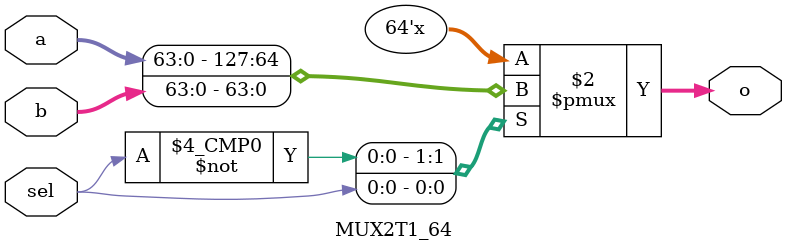
<source format=v>
`timescale 1ns / 1ps
module MUX2T1_64(input sel,
						input [63:0]a,
						input [63:0]b,
						output reg[63:0]o
    );
always @ (*)
	begin
		case(sel)
		1'b0: o = a;
		1'b1: o = b;
		endcase
	end

endmodule

</source>
